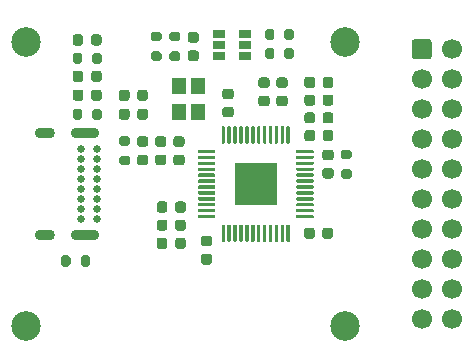
<source format=gbr>
%TF.GenerationSoftware,KiCad,Pcbnew,(5.1.8-0-10_14)*%
%TF.CreationDate,2021-07-18T19:29:13+09:00*%
%TF.ProjectId,ft2232_jtag_tap,66743232-3332-45f6-9a74-61675f746170,rev?*%
%TF.SameCoordinates,Original*%
%TF.FileFunction,Soldermask,Top*%
%TF.FilePolarity,Negative*%
%FSLAX46Y46*%
G04 Gerber Fmt 4.6, Leading zero omitted, Abs format (unit mm)*
G04 Created by KiCad (PCBNEW (5.1.8-0-10_14)) date 2021-07-18 19:29:13*
%MOMM*%
%LPD*%
G01*
G04 APERTURE LIST*
%ADD10C,1.700000*%
%ADD11C,2.500000*%
%ADD12O,1.700000X0.900000*%
%ADD13O,2.400000X0.900000*%
%ADD14C,0.650000*%
%ADD15R,1.060000X0.650000*%
%ADD16R,1.200000X1.400000*%
%ADD17R,3.600000X3.600000*%
G04 APERTURE END LIST*
D10*
%TO.C,J2*%
X89040000Y-126430000D03*
X89040000Y-123890000D03*
X89040000Y-121350000D03*
X89040000Y-118810000D03*
X89040000Y-116270000D03*
X89040000Y-113730000D03*
X89040000Y-111190000D03*
X89040000Y-108650000D03*
X89040000Y-106110000D03*
X89040000Y-103570000D03*
X86500000Y-126430000D03*
X86500000Y-123890000D03*
X86500000Y-121350000D03*
X86500000Y-118810000D03*
X86500000Y-116270000D03*
X86500000Y-113730000D03*
X86500000Y-111190000D03*
X86500000Y-108650000D03*
X86500000Y-106110000D03*
G36*
G01*
X85650000Y-104170000D02*
X85650000Y-102970000D01*
G75*
G02*
X85900000Y-102720000I250000J0D01*
G01*
X87100000Y-102720000D01*
G75*
G02*
X87350000Y-102970000I0J-250000D01*
G01*
X87350000Y-104170000D01*
G75*
G02*
X87100000Y-104420000I-250000J0D01*
G01*
X85900000Y-104420000D01*
G75*
G02*
X85650000Y-104170000I0J250000D01*
G01*
G37*
%TD*%
%TO.C,R6*%
G36*
G01*
X63747000Y-103765000D02*
X64297000Y-103765000D01*
G75*
G02*
X64497000Y-103965000I0J-200000D01*
G01*
X64497000Y-104365000D01*
G75*
G02*
X64297000Y-104565000I-200000J0D01*
G01*
X63747000Y-104565000D01*
G75*
G02*
X63547000Y-104365000I0J200000D01*
G01*
X63547000Y-103965000D01*
G75*
G02*
X63747000Y-103765000I200000J0D01*
G01*
G37*
G36*
G01*
X63747000Y-102115000D02*
X64297000Y-102115000D01*
G75*
G02*
X64497000Y-102315000I0J-200000D01*
G01*
X64497000Y-102715000D01*
G75*
G02*
X64297000Y-102915000I-200000J0D01*
G01*
X63747000Y-102915000D01*
G75*
G02*
X63547000Y-102715000I0J200000D01*
G01*
X63547000Y-102315000D01*
G75*
G02*
X63747000Y-102115000I200000J0D01*
G01*
G37*
%TD*%
%TO.C,R1*%
G36*
G01*
X65327000Y-103765000D02*
X65877000Y-103765000D01*
G75*
G02*
X66077000Y-103965000I0J-200000D01*
G01*
X66077000Y-104365000D01*
G75*
G02*
X65877000Y-104565000I-200000J0D01*
G01*
X65327000Y-104565000D01*
G75*
G02*
X65127000Y-104365000I0J200000D01*
G01*
X65127000Y-103965000D01*
G75*
G02*
X65327000Y-103765000I200000J0D01*
G01*
G37*
G36*
G01*
X65327000Y-102115000D02*
X65877000Y-102115000D01*
G75*
G02*
X66077000Y-102315000I0J-200000D01*
G01*
X66077000Y-102715000D01*
G75*
G02*
X65877000Y-102915000I-200000J0D01*
G01*
X65327000Y-102915000D01*
G75*
G02*
X65127000Y-102715000I0J200000D01*
G01*
X65127000Y-102315000D01*
G75*
G02*
X65327000Y-102115000I200000J0D01*
G01*
G37*
%TD*%
%TO.C,C1*%
G36*
G01*
X67410000Y-104575000D02*
X66910000Y-104575000D01*
G75*
G02*
X66685000Y-104350000I0J225000D01*
G01*
X66685000Y-103900000D01*
G75*
G02*
X66910000Y-103675000I225000J0D01*
G01*
X67410000Y-103675000D01*
G75*
G02*
X67635000Y-103900000I0J-225000D01*
G01*
X67635000Y-104350000D01*
G75*
G02*
X67410000Y-104575000I-225000J0D01*
G01*
G37*
G36*
G01*
X67410000Y-103025000D02*
X66910000Y-103025000D01*
G75*
G02*
X66685000Y-102800000I0J225000D01*
G01*
X66685000Y-102350000D01*
G75*
G02*
X66910000Y-102125000I225000J0D01*
G01*
X67410000Y-102125000D01*
G75*
G02*
X67635000Y-102350000I0J-225000D01*
G01*
X67635000Y-102800000D01*
G75*
G02*
X67410000Y-103025000I-225000J0D01*
G01*
G37*
%TD*%
%TO.C,D1*%
G36*
G01*
X57820000Y-102533750D02*
X57820000Y-103046250D01*
G75*
G02*
X57601250Y-103265000I-218750J0D01*
G01*
X57163750Y-103265000D01*
G75*
G02*
X56945000Y-103046250I0J218750D01*
G01*
X56945000Y-102533750D01*
G75*
G02*
X57163750Y-102315000I218750J0D01*
G01*
X57601250Y-102315000D01*
G75*
G02*
X57820000Y-102533750I0J-218750D01*
G01*
G37*
G36*
G01*
X59395000Y-102533750D02*
X59395000Y-103046250D01*
G75*
G02*
X59176250Y-103265000I-218750J0D01*
G01*
X58738750Y-103265000D01*
G75*
G02*
X58520000Y-103046250I0J218750D01*
G01*
X58520000Y-102533750D01*
G75*
G02*
X58738750Y-102315000I218750J0D01*
G01*
X59176250Y-102315000D01*
G75*
G02*
X59395000Y-102533750I0J-218750D01*
G01*
G37*
%TD*%
D11*
%TO.C,H2*%
X53000000Y-127000000D03*
%TD*%
D12*
%TO.C,J1*%
X54640000Y-119325000D03*
X54640000Y-110675000D03*
D13*
X58020000Y-119325000D03*
X58020000Y-110675000D03*
D14*
X57650000Y-115425000D03*
X57650000Y-117975000D03*
X57650000Y-117125000D03*
X57650000Y-116275000D03*
X57650000Y-112025000D03*
X57650000Y-113725000D03*
X57650000Y-114575000D03*
X57650000Y-112875000D03*
X59000000Y-117975000D03*
X59000000Y-117125000D03*
X59000000Y-116275000D03*
X59000000Y-115425000D03*
X59000000Y-114575000D03*
X59000000Y-113725000D03*
X59000000Y-112875000D03*
X59000000Y-112025000D03*
%TD*%
D11*
%TO.C,H4*%
X80000000Y-127000000D03*
%TD*%
%TO.C,H3*%
X80000000Y-103000000D03*
%TD*%
%TO.C,H1*%
X53000000Y-103000000D03*
%TD*%
D15*
%TO.C,U1*%
X69310000Y-103240000D03*
X69310000Y-104190000D03*
X69310000Y-102290000D03*
X71510000Y-102290000D03*
X71510000Y-103240000D03*
X71510000Y-104190000D03*
%TD*%
D16*
%TO.C,Y1*%
X67570000Y-106720000D03*
X67570000Y-108920000D03*
X65970000Y-108920000D03*
X65970000Y-106720000D03*
%TD*%
D17*
%TO.C,U2*%
X72450000Y-114990000D03*
G36*
G01*
X69550000Y-111490000D02*
X69550000Y-110165000D01*
G75*
G02*
X69625000Y-110090000I75000J0D01*
G01*
X69775000Y-110090000D01*
G75*
G02*
X69850000Y-110165000I0J-75000D01*
G01*
X69850000Y-111490000D01*
G75*
G02*
X69775000Y-111565000I-75000J0D01*
G01*
X69625000Y-111565000D01*
G75*
G02*
X69550000Y-111490000I0J75000D01*
G01*
G37*
G36*
G01*
X70050000Y-111490000D02*
X70050000Y-110165000D01*
G75*
G02*
X70125000Y-110090000I75000J0D01*
G01*
X70275000Y-110090000D01*
G75*
G02*
X70350000Y-110165000I0J-75000D01*
G01*
X70350000Y-111490000D01*
G75*
G02*
X70275000Y-111565000I-75000J0D01*
G01*
X70125000Y-111565000D01*
G75*
G02*
X70050000Y-111490000I0J75000D01*
G01*
G37*
G36*
G01*
X70550000Y-111490000D02*
X70550000Y-110165000D01*
G75*
G02*
X70625000Y-110090000I75000J0D01*
G01*
X70775000Y-110090000D01*
G75*
G02*
X70850000Y-110165000I0J-75000D01*
G01*
X70850000Y-111490000D01*
G75*
G02*
X70775000Y-111565000I-75000J0D01*
G01*
X70625000Y-111565000D01*
G75*
G02*
X70550000Y-111490000I0J75000D01*
G01*
G37*
G36*
G01*
X71050000Y-111490000D02*
X71050000Y-110165000D01*
G75*
G02*
X71125000Y-110090000I75000J0D01*
G01*
X71275000Y-110090000D01*
G75*
G02*
X71350000Y-110165000I0J-75000D01*
G01*
X71350000Y-111490000D01*
G75*
G02*
X71275000Y-111565000I-75000J0D01*
G01*
X71125000Y-111565000D01*
G75*
G02*
X71050000Y-111490000I0J75000D01*
G01*
G37*
G36*
G01*
X71550000Y-111490000D02*
X71550000Y-110165000D01*
G75*
G02*
X71625000Y-110090000I75000J0D01*
G01*
X71775000Y-110090000D01*
G75*
G02*
X71850000Y-110165000I0J-75000D01*
G01*
X71850000Y-111490000D01*
G75*
G02*
X71775000Y-111565000I-75000J0D01*
G01*
X71625000Y-111565000D01*
G75*
G02*
X71550000Y-111490000I0J75000D01*
G01*
G37*
G36*
G01*
X72050000Y-111490000D02*
X72050000Y-110165000D01*
G75*
G02*
X72125000Y-110090000I75000J0D01*
G01*
X72275000Y-110090000D01*
G75*
G02*
X72350000Y-110165000I0J-75000D01*
G01*
X72350000Y-111490000D01*
G75*
G02*
X72275000Y-111565000I-75000J0D01*
G01*
X72125000Y-111565000D01*
G75*
G02*
X72050000Y-111490000I0J75000D01*
G01*
G37*
G36*
G01*
X72550000Y-111490000D02*
X72550000Y-110165000D01*
G75*
G02*
X72625000Y-110090000I75000J0D01*
G01*
X72775000Y-110090000D01*
G75*
G02*
X72850000Y-110165000I0J-75000D01*
G01*
X72850000Y-111490000D01*
G75*
G02*
X72775000Y-111565000I-75000J0D01*
G01*
X72625000Y-111565000D01*
G75*
G02*
X72550000Y-111490000I0J75000D01*
G01*
G37*
G36*
G01*
X73050000Y-111490000D02*
X73050000Y-110165000D01*
G75*
G02*
X73125000Y-110090000I75000J0D01*
G01*
X73275000Y-110090000D01*
G75*
G02*
X73350000Y-110165000I0J-75000D01*
G01*
X73350000Y-111490000D01*
G75*
G02*
X73275000Y-111565000I-75000J0D01*
G01*
X73125000Y-111565000D01*
G75*
G02*
X73050000Y-111490000I0J75000D01*
G01*
G37*
G36*
G01*
X73550000Y-111490000D02*
X73550000Y-110165000D01*
G75*
G02*
X73625000Y-110090000I75000J0D01*
G01*
X73775000Y-110090000D01*
G75*
G02*
X73850000Y-110165000I0J-75000D01*
G01*
X73850000Y-111490000D01*
G75*
G02*
X73775000Y-111565000I-75000J0D01*
G01*
X73625000Y-111565000D01*
G75*
G02*
X73550000Y-111490000I0J75000D01*
G01*
G37*
G36*
G01*
X74050000Y-111490000D02*
X74050000Y-110165000D01*
G75*
G02*
X74125000Y-110090000I75000J0D01*
G01*
X74275000Y-110090000D01*
G75*
G02*
X74350000Y-110165000I0J-75000D01*
G01*
X74350000Y-111490000D01*
G75*
G02*
X74275000Y-111565000I-75000J0D01*
G01*
X74125000Y-111565000D01*
G75*
G02*
X74050000Y-111490000I0J75000D01*
G01*
G37*
G36*
G01*
X74550000Y-111490000D02*
X74550000Y-110165000D01*
G75*
G02*
X74625000Y-110090000I75000J0D01*
G01*
X74775000Y-110090000D01*
G75*
G02*
X74850000Y-110165000I0J-75000D01*
G01*
X74850000Y-111490000D01*
G75*
G02*
X74775000Y-111565000I-75000J0D01*
G01*
X74625000Y-111565000D01*
G75*
G02*
X74550000Y-111490000I0J75000D01*
G01*
G37*
G36*
G01*
X75050000Y-111490000D02*
X75050000Y-110165000D01*
G75*
G02*
X75125000Y-110090000I75000J0D01*
G01*
X75275000Y-110090000D01*
G75*
G02*
X75350000Y-110165000I0J-75000D01*
G01*
X75350000Y-111490000D01*
G75*
G02*
X75275000Y-111565000I-75000J0D01*
G01*
X75125000Y-111565000D01*
G75*
G02*
X75050000Y-111490000I0J75000D01*
G01*
G37*
G36*
G01*
X75875000Y-112315000D02*
X75875000Y-112165000D01*
G75*
G02*
X75950000Y-112090000I75000J0D01*
G01*
X77275000Y-112090000D01*
G75*
G02*
X77350000Y-112165000I0J-75000D01*
G01*
X77350000Y-112315000D01*
G75*
G02*
X77275000Y-112390000I-75000J0D01*
G01*
X75950000Y-112390000D01*
G75*
G02*
X75875000Y-112315000I0J75000D01*
G01*
G37*
G36*
G01*
X75875000Y-112815000D02*
X75875000Y-112665000D01*
G75*
G02*
X75950000Y-112590000I75000J0D01*
G01*
X77275000Y-112590000D01*
G75*
G02*
X77350000Y-112665000I0J-75000D01*
G01*
X77350000Y-112815000D01*
G75*
G02*
X77275000Y-112890000I-75000J0D01*
G01*
X75950000Y-112890000D01*
G75*
G02*
X75875000Y-112815000I0J75000D01*
G01*
G37*
G36*
G01*
X75875000Y-113315000D02*
X75875000Y-113165000D01*
G75*
G02*
X75950000Y-113090000I75000J0D01*
G01*
X77275000Y-113090000D01*
G75*
G02*
X77350000Y-113165000I0J-75000D01*
G01*
X77350000Y-113315000D01*
G75*
G02*
X77275000Y-113390000I-75000J0D01*
G01*
X75950000Y-113390000D01*
G75*
G02*
X75875000Y-113315000I0J75000D01*
G01*
G37*
G36*
G01*
X75875000Y-113815000D02*
X75875000Y-113665000D01*
G75*
G02*
X75950000Y-113590000I75000J0D01*
G01*
X77275000Y-113590000D01*
G75*
G02*
X77350000Y-113665000I0J-75000D01*
G01*
X77350000Y-113815000D01*
G75*
G02*
X77275000Y-113890000I-75000J0D01*
G01*
X75950000Y-113890000D01*
G75*
G02*
X75875000Y-113815000I0J75000D01*
G01*
G37*
G36*
G01*
X75875000Y-114315000D02*
X75875000Y-114165000D01*
G75*
G02*
X75950000Y-114090000I75000J0D01*
G01*
X77275000Y-114090000D01*
G75*
G02*
X77350000Y-114165000I0J-75000D01*
G01*
X77350000Y-114315000D01*
G75*
G02*
X77275000Y-114390000I-75000J0D01*
G01*
X75950000Y-114390000D01*
G75*
G02*
X75875000Y-114315000I0J75000D01*
G01*
G37*
G36*
G01*
X75875000Y-114815000D02*
X75875000Y-114665000D01*
G75*
G02*
X75950000Y-114590000I75000J0D01*
G01*
X77275000Y-114590000D01*
G75*
G02*
X77350000Y-114665000I0J-75000D01*
G01*
X77350000Y-114815000D01*
G75*
G02*
X77275000Y-114890000I-75000J0D01*
G01*
X75950000Y-114890000D01*
G75*
G02*
X75875000Y-114815000I0J75000D01*
G01*
G37*
G36*
G01*
X75875000Y-115315000D02*
X75875000Y-115165000D01*
G75*
G02*
X75950000Y-115090000I75000J0D01*
G01*
X77275000Y-115090000D01*
G75*
G02*
X77350000Y-115165000I0J-75000D01*
G01*
X77350000Y-115315000D01*
G75*
G02*
X77275000Y-115390000I-75000J0D01*
G01*
X75950000Y-115390000D01*
G75*
G02*
X75875000Y-115315000I0J75000D01*
G01*
G37*
G36*
G01*
X75875000Y-115815000D02*
X75875000Y-115665000D01*
G75*
G02*
X75950000Y-115590000I75000J0D01*
G01*
X77275000Y-115590000D01*
G75*
G02*
X77350000Y-115665000I0J-75000D01*
G01*
X77350000Y-115815000D01*
G75*
G02*
X77275000Y-115890000I-75000J0D01*
G01*
X75950000Y-115890000D01*
G75*
G02*
X75875000Y-115815000I0J75000D01*
G01*
G37*
G36*
G01*
X75875000Y-116315000D02*
X75875000Y-116165000D01*
G75*
G02*
X75950000Y-116090000I75000J0D01*
G01*
X77275000Y-116090000D01*
G75*
G02*
X77350000Y-116165000I0J-75000D01*
G01*
X77350000Y-116315000D01*
G75*
G02*
X77275000Y-116390000I-75000J0D01*
G01*
X75950000Y-116390000D01*
G75*
G02*
X75875000Y-116315000I0J75000D01*
G01*
G37*
G36*
G01*
X75875000Y-116815000D02*
X75875000Y-116665000D01*
G75*
G02*
X75950000Y-116590000I75000J0D01*
G01*
X77275000Y-116590000D01*
G75*
G02*
X77350000Y-116665000I0J-75000D01*
G01*
X77350000Y-116815000D01*
G75*
G02*
X77275000Y-116890000I-75000J0D01*
G01*
X75950000Y-116890000D01*
G75*
G02*
X75875000Y-116815000I0J75000D01*
G01*
G37*
G36*
G01*
X75875000Y-117315000D02*
X75875000Y-117165000D01*
G75*
G02*
X75950000Y-117090000I75000J0D01*
G01*
X77275000Y-117090000D01*
G75*
G02*
X77350000Y-117165000I0J-75000D01*
G01*
X77350000Y-117315000D01*
G75*
G02*
X77275000Y-117390000I-75000J0D01*
G01*
X75950000Y-117390000D01*
G75*
G02*
X75875000Y-117315000I0J75000D01*
G01*
G37*
G36*
G01*
X75875000Y-117815000D02*
X75875000Y-117665000D01*
G75*
G02*
X75950000Y-117590000I75000J0D01*
G01*
X77275000Y-117590000D01*
G75*
G02*
X77350000Y-117665000I0J-75000D01*
G01*
X77350000Y-117815000D01*
G75*
G02*
X77275000Y-117890000I-75000J0D01*
G01*
X75950000Y-117890000D01*
G75*
G02*
X75875000Y-117815000I0J75000D01*
G01*
G37*
G36*
G01*
X75050000Y-119815000D02*
X75050000Y-118490000D01*
G75*
G02*
X75125000Y-118415000I75000J0D01*
G01*
X75275000Y-118415000D01*
G75*
G02*
X75350000Y-118490000I0J-75000D01*
G01*
X75350000Y-119815000D01*
G75*
G02*
X75275000Y-119890000I-75000J0D01*
G01*
X75125000Y-119890000D01*
G75*
G02*
X75050000Y-119815000I0J75000D01*
G01*
G37*
G36*
G01*
X74550000Y-119815000D02*
X74550000Y-118490000D01*
G75*
G02*
X74625000Y-118415000I75000J0D01*
G01*
X74775000Y-118415000D01*
G75*
G02*
X74850000Y-118490000I0J-75000D01*
G01*
X74850000Y-119815000D01*
G75*
G02*
X74775000Y-119890000I-75000J0D01*
G01*
X74625000Y-119890000D01*
G75*
G02*
X74550000Y-119815000I0J75000D01*
G01*
G37*
G36*
G01*
X74050000Y-119815000D02*
X74050000Y-118490000D01*
G75*
G02*
X74125000Y-118415000I75000J0D01*
G01*
X74275000Y-118415000D01*
G75*
G02*
X74350000Y-118490000I0J-75000D01*
G01*
X74350000Y-119815000D01*
G75*
G02*
X74275000Y-119890000I-75000J0D01*
G01*
X74125000Y-119890000D01*
G75*
G02*
X74050000Y-119815000I0J75000D01*
G01*
G37*
G36*
G01*
X73550000Y-119815000D02*
X73550000Y-118490000D01*
G75*
G02*
X73625000Y-118415000I75000J0D01*
G01*
X73775000Y-118415000D01*
G75*
G02*
X73850000Y-118490000I0J-75000D01*
G01*
X73850000Y-119815000D01*
G75*
G02*
X73775000Y-119890000I-75000J0D01*
G01*
X73625000Y-119890000D01*
G75*
G02*
X73550000Y-119815000I0J75000D01*
G01*
G37*
G36*
G01*
X73050000Y-119815000D02*
X73050000Y-118490000D01*
G75*
G02*
X73125000Y-118415000I75000J0D01*
G01*
X73275000Y-118415000D01*
G75*
G02*
X73350000Y-118490000I0J-75000D01*
G01*
X73350000Y-119815000D01*
G75*
G02*
X73275000Y-119890000I-75000J0D01*
G01*
X73125000Y-119890000D01*
G75*
G02*
X73050000Y-119815000I0J75000D01*
G01*
G37*
G36*
G01*
X72550000Y-119815000D02*
X72550000Y-118490000D01*
G75*
G02*
X72625000Y-118415000I75000J0D01*
G01*
X72775000Y-118415000D01*
G75*
G02*
X72850000Y-118490000I0J-75000D01*
G01*
X72850000Y-119815000D01*
G75*
G02*
X72775000Y-119890000I-75000J0D01*
G01*
X72625000Y-119890000D01*
G75*
G02*
X72550000Y-119815000I0J75000D01*
G01*
G37*
G36*
G01*
X72050000Y-119815000D02*
X72050000Y-118490000D01*
G75*
G02*
X72125000Y-118415000I75000J0D01*
G01*
X72275000Y-118415000D01*
G75*
G02*
X72350000Y-118490000I0J-75000D01*
G01*
X72350000Y-119815000D01*
G75*
G02*
X72275000Y-119890000I-75000J0D01*
G01*
X72125000Y-119890000D01*
G75*
G02*
X72050000Y-119815000I0J75000D01*
G01*
G37*
G36*
G01*
X71550000Y-119815000D02*
X71550000Y-118490000D01*
G75*
G02*
X71625000Y-118415000I75000J0D01*
G01*
X71775000Y-118415000D01*
G75*
G02*
X71850000Y-118490000I0J-75000D01*
G01*
X71850000Y-119815000D01*
G75*
G02*
X71775000Y-119890000I-75000J0D01*
G01*
X71625000Y-119890000D01*
G75*
G02*
X71550000Y-119815000I0J75000D01*
G01*
G37*
G36*
G01*
X71050000Y-119815000D02*
X71050000Y-118490000D01*
G75*
G02*
X71125000Y-118415000I75000J0D01*
G01*
X71275000Y-118415000D01*
G75*
G02*
X71350000Y-118490000I0J-75000D01*
G01*
X71350000Y-119815000D01*
G75*
G02*
X71275000Y-119890000I-75000J0D01*
G01*
X71125000Y-119890000D01*
G75*
G02*
X71050000Y-119815000I0J75000D01*
G01*
G37*
G36*
G01*
X70550000Y-119815000D02*
X70550000Y-118490000D01*
G75*
G02*
X70625000Y-118415000I75000J0D01*
G01*
X70775000Y-118415000D01*
G75*
G02*
X70850000Y-118490000I0J-75000D01*
G01*
X70850000Y-119815000D01*
G75*
G02*
X70775000Y-119890000I-75000J0D01*
G01*
X70625000Y-119890000D01*
G75*
G02*
X70550000Y-119815000I0J75000D01*
G01*
G37*
G36*
G01*
X70050000Y-119815000D02*
X70050000Y-118490000D01*
G75*
G02*
X70125000Y-118415000I75000J0D01*
G01*
X70275000Y-118415000D01*
G75*
G02*
X70350000Y-118490000I0J-75000D01*
G01*
X70350000Y-119815000D01*
G75*
G02*
X70275000Y-119890000I-75000J0D01*
G01*
X70125000Y-119890000D01*
G75*
G02*
X70050000Y-119815000I0J75000D01*
G01*
G37*
G36*
G01*
X69550000Y-119815000D02*
X69550000Y-118490000D01*
G75*
G02*
X69625000Y-118415000I75000J0D01*
G01*
X69775000Y-118415000D01*
G75*
G02*
X69850000Y-118490000I0J-75000D01*
G01*
X69850000Y-119815000D01*
G75*
G02*
X69775000Y-119890000I-75000J0D01*
G01*
X69625000Y-119890000D01*
G75*
G02*
X69550000Y-119815000I0J75000D01*
G01*
G37*
G36*
G01*
X67550000Y-117815000D02*
X67550000Y-117665000D01*
G75*
G02*
X67625000Y-117590000I75000J0D01*
G01*
X68950000Y-117590000D01*
G75*
G02*
X69025000Y-117665000I0J-75000D01*
G01*
X69025000Y-117815000D01*
G75*
G02*
X68950000Y-117890000I-75000J0D01*
G01*
X67625000Y-117890000D01*
G75*
G02*
X67550000Y-117815000I0J75000D01*
G01*
G37*
G36*
G01*
X67550000Y-117315000D02*
X67550000Y-117165000D01*
G75*
G02*
X67625000Y-117090000I75000J0D01*
G01*
X68950000Y-117090000D01*
G75*
G02*
X69025000Y-117165000I0J-75000D01*
G01*
X69025000Y-117315000D01*
G75*
G02*
X68950000Y-117390000I-75000J0D01*
G01*
X67625000Y-117390000D01*
G75*
G02*
X67550000Y-117315000I0J75000D01*
G01*
G37*
G36*
G01*
X67550000Y-116815000D02*
X67550000Y-116665000D01*
G75*
G02*
X67625000Y-116590000I75000J0D01*
G01*
X68950000Y-116590000D01*
G75*
G02*
X69025000Y-116665000I0J-75000D01*
G01*
X69025000Y-116815000D01*
G75*
G02*
X68950000Y-116890000I-75000J0D01*
G01*
X67625000Y-116890000D01*
G75*
G02*
X67550000Y-116815000I0J75000D01*
G01*
G37*
G36*
G01*
X67550000Y-116315000D02*
X67550000Y-116165000D01*
G75*
G02*
X67625000Y-116090000I75000J0D01*
G01*
X68950000Y-116090000D01*
G75*
G02*
X69025000Y-116165000I0J-75000D01*
G01*
X69025000Y-116315000D01*
G75*
G02*
X68950000Y-116390000I-75000J0D01*
G01*
X67625000Y-116390000D01*
G75*
G02*
X67550000Y-116315000I0J75000D01*
G01*
G37*
G36*
G01*
X67550000Y-115815000D02*
X67550000Y-115665000D01*
G75*
G02*
X67625000Y-115590000I75000J0D01*
G01*
X68950000Y-115590000D01*
G75*
G02*
X69025000Y-115665000I0J-75000D01*
G01*
X69025000Y-115815000D01*
G75*
G02*
X68950000Y-115890000I-75000J0D01*
G01*
X67625000Y-115890000D01*
G75*
G02*
X67550000Y-115815000I0J75000D01*
G01*
G37*
G36*
G01*
X67550000Y-115315000D02*
X67550000Y-115165000D01*
G75*
G02*
X67625000Y-115090000I75000J0D01*
G01*
X68950000Y-115090000D01*
G75*
G02*
X69025000Y-115165000I0J-75000D01*
G01*
X69025000Y-115315000D01*
G75*
G02*
X68950000Y-115390000I-75000J0D01*
G01*
X67625000Y-115390000D01*
G75*
G02*
X67550000Y-115315000I0J75000D01*
G01*
G37*
G36*
G01*
X67550000Y-114815000D02*
X67550000Y-114665000D01*
G75*
G02*
X67625000Y-114590000I75000J0D01*
G01*
X68950000Y-114590000D01*
G75*
G02*
X69025000Y-114665000I0J-75000D01*
G01*
X69025000Y-114815000D01*
G75*
G02*
X68950000Y-114890000I-75000J0D01*
G01*
X67625000Y-114890000D01*
G75*
G02*
X67550000Y-114815000I0J75000D01*
G01*
G37*
G36*
G01*
X67550000Y-114315000D02*
X67550000Y-114165000D01*
G75*
G02*
X67625000Y-114090000I75000J0D01*
G01*
X68950000Y-114090000D01*
G75*
G02*
X69025000Y-114165000I0J-75000D01*
G01*
X69025000Y-114315000D01*
G75*
G02*
X68950000Y-114390000I-75000J0D01*
G01*
X67625000Y-114390000D01*
G75*
G02*
X67550000Y-114315000I0J75000D01*
G01*
G37*
G36*
G01*
X67550000Y-113815000D02*
X67550000Y-113665000D01*
G75*
G02*
X67625000Y-113590000I75000J0D01*
G01*
X68950000Y-113590000D01*
G75*
G02*
X69025000Y-113665000I0J-75000D01*
G01*
X69025000Y-113815000D01*
G75*
G02*
X68950000Y-113890000I-75000J0D01*
G01*
X67625000Y-113890000D01*
G75*
G02*
X67550000Y-113815000I0J75000D01*
G01*
G37*
G36*
G01*
X67550000Y-113315000D02*
X67550000Y-113165000D01*
G75*
G02*
X67625000Y-113090000I75000J0D01*
G01*
X68950000Y-113090000D01*
G75*
G02*
X69025000Y-113165000I0J-75000D01*
G01*
X69025000Y-113315000D01*
G75*
G02*
X68950000Y-113390000I-75000J0D01*
G01*
X67625000Y-113390000D01*
G75*
G02*
X67550000Y-113315000I0J75000D01*
G01*
G37*
G36*
G01*
X67550000Y-112815000D02*
X67550000Y-112665000D01*
G75*
G02*
X67625000Y-112590000I75000J0D01*
G01*
X68950000Y-112590000D01*
G75*
G02*
X69025000Y-112665000I0J-75000D01*
G01*
X69025000Y-112815000D01*
G75*
G02*
X68950000Y-112890000I-75000J0D01*
G01*
X67625000Y-112890000D01*
G75*
G02*
X67550000Y-112815000I0J75000D01*
G01*
G37*
G36*
G01*
X67550000Y-112315000D02*
X67550000Y-112165000D01*
G75*
G02*
X67625000Y-112090000I75000J0D01*
G01*
X68950000Y-112090000D01*
G75*
G02*
X69025000Y-112165000I0J-75000D01*
G01*
X69025000Y-112315000D01*
G75*
G02*
X68950000Y-112390000I-75000J0D01*
G01*
X67625000Y-112390000D01*
G75*
G02*
X67550000Y-112315000I0J75000D01*
G01*
G37*
%TD*%
%TO.C,R9*%
G36*
G01*
X58605000Y-104605000D02*
X58605000Y-104055000D01*
G75*
G02*
X58805000Y-103855000I200000J0D01*
G01*
X59205000Y-103855000D01*
G75*
G02*
X59405000Y-104055000I0J-200000D01*
G01*
X59405000Y-104605000D01*
G75*
G02*
X59205000Y-104805000I-200000J0D01*
G01*
X58805000Y-104805000D01*
G75*
G02*
X58605000Y-104605000I0J200000D01*
G01*
G37*
G36*
G01*
X56955000Y-104605000D02*
X56955000Y-104055000D01*
G75*
G02*
X57155000Y-103855000I200000J0D01*
G01*
X57555000Y-103855000D01*
G75*
G02*
X57755000Y-104055000I0J-200000D01*
G01*
X57755000Y-104605000D01*
G75*
G02*
X57555000Y-104805000I-200000J0D01*
G01*
X57155000Y-104805000D01*
G75*
G02*
X56955000Y-104605000I0J200000D01*
G01*
G37*
%TD*%
%TO.C,R8*%
G36*
G01*
X61065000Y-112595000D02*
X61615000Y-112595000D01*
G75*
G02*
X61815000Y-112795000I0J-200000D01*
G01*
X61815000Y-113195000D01*
G75*
G02*
X61615000Y-113395000I-200000J0D01*
G01*
X61065000Y-113395000D01*
G75*
G02*
X60865000Y-113195000I0J200000D01*
G01*
X60865000Y-112795000D01*
G75*
G02*
X61065000Y-112595000I200000J0D01*
G01*
G37*
G36*
G01*
X61065000Y-110945000D02*
X61615000Y-110945000D01*
G75*
G02*
X61815000Y-111145000I0J-200000D01*
G01*
X61815000Y-111545000D01*
G75*
G02*
X61615000Y-111745000I-200000J0D01*
G01*
X61065000Y-111745000D01*
G75*
G02*
X60865000Y-111545000I0J200000D01*
G01*
X60865000Y-111145000D01*
G75*
G02*
X61065000Y-110945000I200000J0D01*
G01*
G37*
%TD*%
%TO.C,R7*%
G36*
G01*
X80385000Y-112875000D02*
X79835000Y-112875000D01*
G75*
G02*
X79635000Y-112675000I0J200000D01*
G01*
X79635000Y-112275000D01*
G75*
G02*
X79835000Y-112075000I200000J0D01*
G01*
X80385000Y-112075000D01*
G75*
G02*
X80585000Y-112275000I0J-200000D01*
G01*
X80585000Y-112675000D01*
G75*
G02*
X80385000Y-112875000I-200000J0D01*
G01*
G37*
G36*
G01*
X80385000Y-114525000D02*
X79835000Y-114525000D01*
G75*
G02*
X79635000Y-114325000I0J200000D01*
G01*
X79635000Y-113925000D01*
G75*
G02*
X79835000Y-113725000I200000J0D01*
G01*
X80385000Y-113725000D01*
G75*
G02*
X80585000Y-113925000I0J-200000D01*
G01*
X80585000Y-114325000D01*
G75*
G02*
X80385000Y-114525000I-200000J0D01*
G01*
G37*
%TD*%
%TO.C,R5*%
G36*
G01*
X74025000Y-102055000D02*
X74025000Y-102605000D01*
G75*
G02*
X73825000Y-102805000I-200000J0D01*
G01*
X73425000Y-102805000D01*
G75*
G02*
X73225000Y-102605000I0J200000D01*
G01*
X73225000Y-102055000D01*
G75*
G02*
X73425000Y-101855000I200000J0D01*
G01*
X73825000Y-101855000D01*
G75*
G02*
X74025000Y-102055000I0J-200000D01*
G01*
G37*
G36*
G01*
X75675000Y-102055000D02*
X75675000Y-102605000D01*
G75*
G02*
X75475000Y-102805000I-200000J0D01*
G01*
X75075000Y-102805000D01*
G75*
G02*
X74875000Y-102605000I0J200000D01*
G01*
X74875000Y-102055000D01*
G75*
G02*
X75075000Y-101855000I200000J0D01*
G01*
X75475000Y-101855000D01*
G75*
G02*
X75675000Y-102055000I0J-200000D01*
G01*
G37*
%TD*%
%TO.C,R4*%
G36*
G01*
X74875000Y-104205000D02*
X74875000Y-103655000D01*
G75*
G02*
X75075000Y-103455000I200000J0D01*
G01*
X75475000Y-103455000D01*
G75*
G02*
X75675000Y-103655000I0J-200000D01*
G01*
X75675000Y-104205000D01*
G75*
G02*
X75475000Y-104405000I-200000J0D01*
G01*
X75075000Y-104405000D01*
G75*
G02*
X74875000Y-104205000I0J200000D01*
G01*
G37*
G36*
G01*
X73225000Y-104205000D02*
X73225000Y-103655000D01*
G75*
G02*
X73425000Y-103455000I200000J0D01*
G01*
X73825000Y-103455000D01*
G75*
G02*
X74025000Y-103655000I0J-200000D01*
G01*
X74025000Y-104205000D01*
G75*
G02*
X73825000Y-104405000I-200000J0D01*
G01*
X73425000Y-104405000D01*
G75*
G02*
X73225000Y-104205000I0J200000D01*
G01*
G37*
%TD*%
%TO.C,R3*%
G36*
G01*
X56775000Y-121225000D02*
X56775000Y-121775000D01*
G75*
G02*
X56575000Y-121975000I-200000J0D01*
G01*
X56175000Y-121975000D01*
G75*
G02*
X55975000Y-121775000I0J200000D01*
G01*
X55975000Y-121225000D01*
G75*
G02*
X56175000Y-121025000I200000J0D01*
G01*
X56575000Y-121025000D01*
G75*
G02*
X56775000Y-121225000I0J-200000D01*
G01*
G37*
G36*
G01*
X58425000Y-121225000D02*
X58425000Y-121775000D01*
G75*
G02*
X58225000Y-121975000I-200000J0D01*
G01*
X57825000Y-121975000D01*
G75*
G02*
X57625000Y-121775000I0J200000D01*
G01*
X57625000Y-121225000D01*
G75*
G02*
X57825000Y-121025000I200000J0D01*
G01*
X58225000Y-121025000D01*
G75*
G02*
X58425000Y-121225000I0J-200000D01*
G01*
G37*
%TD*%
%TO.C,R2*%
G36*
G01*
X57755000Y-108795000D02*
X57755000Y-109345000D01*
G75*
G02*
X57555000Y-109545000I-200000J0D01*
G01*
X57155000Y-109545000D01*
G75*
G02*
X56955000Y-109345000I0J200000D01*
G01*
X56955000Y-108795000D01*
G75*
G02*
X57155000Y-108595000I200000J0D01*
G01*
X57555000Y-108595000D01*
G75*
G02*
X57755000Y-108795000I0J-200000D01*
G01*
G37*
G36*
G01*
X59405000Y-108795000D02*
X59405000Y-109345000D01*
G75*
G02*
X59205000Y-109545000I-200000J0D01*
G01*
X58805000Y-109545000D01*
G75*
G02*
X58605000Y-109345000I0J200000D01*
G01*
X58605000Y-108795000D01*
G75*
G02*
X58805000Y-108595000I200000J0D01*
G01*
X59205000Y-108595000D01*
G75*
G02*
X59405000Y-108795000I0J-200000D01*
G01*
G37*
%TD*%
%TO.C,L3*%
G36*
G01*
X64940000Y-119753750D02*
X64940000Y-120266250D01*
G75*
G02*
X64721250Y-120485000I-218750J0D01*
G01*
X64283750Y-120485000D01*
G75*
G02*
X64065000Y-120266250I0J218750D01*
G01*
X64065000Y-119753750D01*
G75*
G02*
X64283750Y-119535000I218750J0D01*
G01*
X64721250Y-119535000D01*
G75*
G02*
X64940000Y-119753750I0J-218750D01*
G01*
G37*
G36*
G01*
X66515000Y-119753750D02*
X66515000Y-120266250D01*
G75*
G02*
X66296250Y-120485000I-218750J0D01*
G01*
X65858750Y-120485000D01*
G75*
G02*
X65640000Y-120266250I0J218750D01*
G01*
X65640000Y-119753750D01*
G75*
G02*
X65858750Y-119535000I218750J0D01*
G01*
X66296250Y-119535000D01*
G75*
G02*
X66515000Y-119753750I0J-218750D01*
G01*
G37*
%TD*%
%TO.C,L2*%
G36*
G01*
X63136250Y-111820000D02*
X62623750Y-111820000D01*
G75*
G02*
X62405000Y-111601250I0J218750D01*
G01*
X62405000Y-111163750D01*
G75*
G02*
X62623750Y-110945000I218750J0D01*
G01*
X63136250Y-110945000D01*
G75*
G02*
X63355000Y-111163750I0J-218750D01*
G01*
X63355000Y-111601250D01*
G75*
G02*
X63136250Y-111820000I-218750J0D01*
G01*
G37*
G36*
G01*
X63136250Y-113395000D02*
X62623750Y-113395000D01*
G75*
G02*
X62405000Y-113176250I0J218750D01*
G01*
X62405000Y-112738750D01*
G75*
G02*
X62623750Y-112520000I218750J0D01*
G01*
X63136250Y-112520000D01*
G75*
G02*
X63355000Y-112738750I0J-218750D01*
G01*
X63355000Y-113176250D01*
G75*
G02*
X63136250Y-113395000I-218750J0D01*
G01*
G37*
%TD*%
%TO.C,L1*%
G36*
G01*
X57830000Y-105613750D02*
X57830000Y-106126250D01*
G75*
G02*
X57611250Y-106345000I-218750J0D01*
G01*
X57173750Y-106345000D01*
G75*
G02*
X56955000Y-106126250I0J218750D01*
G01*
X56955000Y-105613750D01*
G75*
G02*
X57173750Y-105395000I218750J0D01*
G01*
X57611250Y-105395000D01*
G75*
G02*
X57830000Y-105613750I0J-218750D01*
G01*
G37*
G36*
G01*
X59405000Y-105613750D02*
X59405000Y-106126250D01*
G75*
G02*
X59186250Y-106345000I-218750J0D01*
G01*
X58748750Y-106345000D01*
G75*
G02*
X58530000Y-106126250I0J218750D01*
G01*
X58530000Y-105613750D01*
G75*
G02*
X58748750Y-105395000I218750J0D01*
G01*
X59186250Y-105395000D01*
G75*
G02*
X59405000Y-105613750I0J-218750D01*
G01*
G37*
%TD*%
%TO.C,C18*%
G36*
G01*
X64975000Y-116690000D02*
X64975000Y-117190000D01*
G75*
G02*
X64750000Y-117415000I-225000J0D01*
G01*
X64300000Y-117415000D01*
G75*
G02*
X64075000Y-117190000I0J225000D01*
G01*
X64075000Y-116690000D01*
G75*
G02*
X64300000Y-116465000I225000J0D01*
G01*
X64750000Y-116465000D01*
G75*
G02*
X64975000Y-116690000I0J-225000D01*
G01*
G37*
G36*
G01*
X66525000Y-116690000D02*
X66525000Y-117190000D01*
G75*
G02*
X66300000Y-117415000I-225000J0D01*
G01*
X65850000Y-117415000D01*
G75*
G02*
X65625000Y-117190000I0J225000D01*
G01*
X65625000Y-116690000D01*
G75*
G02*
X65850000Y-116465000I225000J0D01*
G01*
X66300000Y-116465000D01*
G75*
G02*
X66525000Y-116690000I0J-225000D01*
G01*
G37*
%TD*%
%TO.C,C17*%
G36*
G01*
X64975000Y-118220000D02*
X64975000Y-118720000D01*
G75*
G02*
X64750000Y-118945000I-225000J0D01*
G01*
X64300000Y-118945000D01*
G75*
G02*
X64075000Y-118720000I0J225000D01*
G01*
X64075000Y-118220000D01*
G75*
G02*
X64300000Y-117995000I225000J0D01*
G01*
X64750000Y-117995000D01*
G75*
G02*
X64975000Y-118220000I0J-225000D01*
G01*
G37*
G36*
G01*
X66525000Y-118220000D02*
X66525000Y-118720000D01*
G75*
G02*
X66300000Y-118945000I-225000J0D01*
G01*
X65850000Y-118945000D01*
G75*
G02*
X65625000Y-118720000I0J225000D01*
G01*
X65625000Y-118220000D01*
G75*
G02*
X65850000Y-117995000I225000J0D01*
G01*
X66300000Y-117995000D01*
G75*
G02*
X66525000Y-118220000I0J-225000D01*
G01*
G37*
%TD*%
%TO.C,C16*%
G36*
G01*
X78123000Y-111136000D02*
X78123000Y-110636000D01*
G75*
G02*
X78348000Y-110411000I225000J0D01*
G01*
X78798000Y-110411000D01*
G75*
G02*
X79023000Y-110636000I0J-225000D01*
G01*
X79023000Y-111136000D01*
G75*
G02*
X78798000Y-111361000I-225000J0D01*
G01*
X78348000Y-111361000D01*
G75*
G02*
X78123000Y-111136000I0J225000D01*
G01*
G37*
G36*
G01*
X76573000Y-111136000D02*
X76573000Y-110636000D01*
G75*
G02*
X76798000Y-110411000I225000J0D01*
G01*
X77248000Y-110411000D01*
G75*
G02*
X77473000Y-110636000I0J-225000D01*
G01*
X77473000Y-111136000D01*
G75*
G02*
X77248000Y-111361000I-225000J0D01*
G01*
X76798000Y-111361000D01*
G75*
G02*
X76573000Y-111136000I0J225000D01*
G01*
G37*
%TD*%
%TO.C,C15*%
G36*
G01*
X68030000Y-120905000D02*
X68530000Y-120905000D01*
G75*
G02*
X68755000Y-121130000I0J-225000D01*
G01*
X68755000Y-121580000D01*
G75*
G02*
X68530000Y-121805000I-225000J0D01*
G01*
X68030000Y-121805000D01*
G75*
G02*
X67805000Y-121580000I0J225000D01*
G01*
X67805000Y-121130000D01*
G75*
G02*
X68030000Y-120905000I225000J0D01*
G01*
G37*
G36*
G01*
X68030000Y-119355000D02*
X68530000Y-119355000D01*
G75*
G02*
X68755000Y-119580000I0J-225000D01*
G01*
X68755000Y-120030000D01*
G75*
G02*
X68530000Y-120255000I-225000J0D01*
G01*
X68030000Y-120255000D01*
G75*
G02*
X67805000Y-120030000I0J225000D01*
G01*
X67805000Y-119580000D01*
G75*
G02*
X68030000Y-119355000I225000J0D01*
G01*
G37*
%TD*%
%TO.C,C14*%
G36*
G01*
X78123000Y-106636000D02*
X78123000Y-106136000D01*
G75*
G02*
X78348000Y-105911000I225000J0D01*
G01*
X78798000Y-105911000D01*
G75*
G02*
X79023000Y-106136000I0J-225000D01*
G01*
X79023000Y-106636000D01*
G75*
G02*
X78798000Y-106861000I-225000J0D01*
G01*
X78348000Y-106861000D01*
G75*
G02*
X78123000Y-106636000I0J225000D01*
G01*
G37*
G36*
G01*
X76573000Y-106636000D02*
X76573000Y-106136000D01*
G75*
G02*
X76798000Y-105911000I225000J0D01*
G01*
X77248000Y-105911000D01*
G75*
G02*
X77473000Y-106136000I0J-225000D01*
G01*
X77473000Y-106636000D01*
G75*
G02*
X77248000Y-106861000I-225000J0D01*
G01*
X76798000Y-106861000D01*
G75*
G02*
X76573000Y-106636000I0J225000D01*
G01*
G37*
%TD*%
%TO.C,C13*%
G36*
G01*
X78085000Y-119410000D02*
X78085000Y-118910000D01*
G75*
G02*
X78310000Y-118685000I225000J0D01*
G01*
X78760000Y-118685000D01*
G75*
G02*
X78985000Y-118910000I0J-225000D01*
G01*
X78985000Y-119410000D01*
G75*
G02*
X78760000Y-119635000I-225000J0D01*
G01*
X78310000Y-119635000D01*
G75*
G02*
X78085000Y-119410000I0J225000D01*
G01*
G37*
G36*
G01*
X76535000Y-119410000D02*
X76535000Y-118910000D01*
G75*
G02*
X76760000Y-118685000I225000J0D01*
G01*
X77210000Y-118685000D01*
G75*
G02*
X77435000Y-118910000I0J-225000D01*
G01*
X77435000Y-119410000D01*
G75*
G02*
X77210000Y-119635000I-225000J0D01*
G01*
X76760000Y-119635000D01*
G75*
G02*
X76535000Y-119410000I0J225000D01*
G01*
G37*
%TD*%
%TO.C,C12*%
G36*
G01*
X66200000Y-111845000D02*
X65700000Y-111845000D01*
G75*
G02*
X65475000Y-111620000I0J225000D01*
G01*
X65475000Y-111170000D01*
G75*
G02*
X65700000Y-110945000I225000J0D01*
G01*
X66200000Y-110945000D01*
G75*
G02*
X66425000Y-111170000I0J-225000D01*
G01*
X66425000Y-111620000D01*
G75*
G02*
X66200000Y-111845000I-225000J0D01*
G01*
G37*
G36*
G01*
X66200000Y-113395000D02*
X65700000Y-113395000D01*
G75*
G02*
X65475000Y-113170000I0J225000D01*
G01*
X65475000Y-112720000D01*
G75*
G02*
X65700000Y-112495000I225000J0D01*
G01*
X66200000Y-112495000D01*
G75*
G02*
X66425000Y-112720000I0J-225000D01*
G01*
X66425000Y-113170000D01*
G75*
G02*
X66200000Y-113395000I-225000J0D01*
G01*
G37*
%TD*%
%TO.C,C11*%
G36*
G01*
X78123000Y-108136000D02*
X78123000Y-107636000D01*
G75*
G02*
X78348000Y-107411000I225000J0D01*
G01*
X78798000Y-107411000D01*
G75*
G02*
X79023000Y-107636000I0J-225000D01*
G01*
X79023000Y-108136000D01*
G75*
G02*
X78798000Y-108361000I-225000J0D01*
G01*
X78348000Y-108361000D01*
G75*
G02*
X78123000Y-108136000I0J225000D01*
G01*
G37*
G36*
G01*
X76573000Y-108136000D02*
X76573000Y-107636000D01*
G75*
G02*
X76798000Y-107411000I225000J0D01*
G01*
X77248000Y-107411000D01*
G75*
G02*
X77473000Y-107636000I0J-225000D01*
G01*
X77473000Y-108136000D01*
G75*
G02*
X77248000Y-108361000I-225000J0D01*
G01*
X76798000Y-108361000D01*
G75*
G02*
X76573000Y-108136000I0J225000D01*
G01*
G37*
%TD*%
%TO.C,C10*%
G36*
G01*
X70354000Y-107805000D02*
X69854000Y-107805000D01*
G75*
G02*
X69629000Y-107580000I0J225000D01*
G01*
X69629000Y-107130000D01*
G75*
G02*
X69854000Y-106905000I225000J0D01*
G01*
X70354000Y-106905000D01*
G75*
G02*
X70579000Y-107130000I0J-225000D01*
G01*
X70579000Y-107580000D01*
G75*
G02*
X70354000Y-107805000I-225000J0D01*
G01*
G37*
G36*
G01*
X70354000Y-109355000D02*
X69854000Y-109355000D01*
G75*
G02*
X69629000Y-109130000I0J225000D01*
G01*
X69629000Y-108680000D01*
G75*
G02*
X69854000Y-108455000I225000J0D01*
G01*
X70354000Y-108455000D01*
G75*
G02*
X70579000Y-108680000I0J-225000D01*
G01*
X70579000Y-109130000D01*
G75*
G02*
X70354000Y-109355000I-225000J0D01*
G01*
G37*
%TD*%
%TO.C,C9*%
G36*
G01*
X64660000Y-111845000D02*
X64160000Y-111845000D01*
G75*
G02*
X63935000Y-111620000I0J225000D01*
G01*
X63935000Y-111170000D01*
G75*
G02*
X64160000Y-110945000I225000J0D01*
G01*
X64660000Y-110945000D01*
G75*
G02*
X64885000Y-111170000I0J-225000D01*
G01*
X64885000Y-111620000D01*
G75*
G02*
X64660000Y-111845000I-225000J0D01*
G01*
G37*
G36*
G01*
X64660000Y-113395000D02*
X64160000Y-113395000D01*
G75*
G02*
X63935000Y-113170000I0J225000D01*
G01*
X63935000Y-112720000D01*
G75*
G02*
X64160000Y-112495000I225000J0D01*
G01*
X64660000Y-112495000D01*
G75*
G02*
X64885000Y-112720000I0J-225000D01*
G01*
X64885000Y-113170000D01*
G75*
G02*
X64660000Y-113395000I-225000J0D01*
G01*
G37*
%TD*%
%TO.C,C8*%
G36*
G01*
X73402000Y-108413000D02*
X72902000Y-108413000D01*
G75*
G02*
X72677000Y-108188000I0J225000D01*
G01*
X72677000Y-107738000D01*
G75*
G02*
X72902000Y-107513000I225000J0D01*
G01*
X73402000Y-107513000D01*
G75*
G02*
X73627000Y-107738000I0J-225000D01*
G01*
X73627000Y-108188000D01*
G75*
G02*
X73402000Y-108413000I-225000J0D01*
G01*
G37*
G36*
G01*
X73402000Y-106863000D02*
X72902000Y-106863000D01*
G75*
G02*
X72677000Y-106638000I0J225000D01*
G01*
X72677000Y-106188000D01*
G75*
G02*
X72902000Y-105963000I225000J0D01*
G01*
X73402000Y-105963000D01*
G75*
G02*
X73627000Y-106188000I0J-225000D01*
G01*
X73627000Y-106638000D01*
G75*
G02*
X73402000Y-106863000I-225000J0D01*
G01*
G37*
%TD*%
%TO.C,C7*%
G36*
G01*
X78123000Y-109636000D02*
X78123000Y-109136000D01*
G75*
G02*
X78348000Y-108911000I225000J0D01*
G01*
X78798000Y-108911000D01*
G75*
G02*
X79023000Y-109136000I0J-225000D01*
G01*
X79023000Y-109636000D01*
G75*
G02*
X78798000Y-109861000I-225000J0D01*
G01*
X78348000Y-109861000D01*
G75*
G02*
X78123000Y-109636000I0J225000D01*
G01*
G37*
G36*
G01*
X76573000Y-109636000D02*
X76573000Y-109136000D01*
G75*
G02*
X76798000Y-108911000I225000J0D01*
G01*
X77248000Y-108911000D01*
G75*
G02*
X77473000Y-109136000I0J-225000D01*
G01*
X77473000Y-109636000D01*
G75*
G02*
X77248000Y-109861000I-225000J0D01*
G01*
X76798000Y-109861000D01*
G75*
G02*
X76573000Y-109636000I0J225000D01*
G01*
G37*
%TD*%
%TO.C,C6*%
G36*
G01*
X74926000Y-108413000D02*
X74426000Y-108413000D01*
G75*
G02*
X74201000Y-108188000I0J225000D01*
G01*
X74201000Y-107738000D01*
G75*
G02*
X74426000Y-107513000I225000J0D01*
G01*
X74926000Y-107513000D01*
G75*
G02*
X75151000Y-107738000I0J-225000D01*
G01*
X75151000Y-108188000D01*
G75*
G02*
X74926000Y-108413000I-225000J0D01*
G01*
G37*
G36*
G01*
X74926000Y-106863000D02*
X74426000Y-106863000D01*
G75*
G02*
X74201000Y-106638000I0J225000D01*
G01*
X74201000Y-106188000D01*
G75*
G02*
X74426000Y-105963000I225000J0D01*
G01*
X74926000Y-105963000D01*
G75*
G02*
X75151000Y-106188000I0J-225000D01*
G01*
X75151000Y-106638000D01*
G75*
G02*
X74926000Y-106863000I-225000J0D01*
G01*
G37*
%TD*%
%TO.C,C5*%
G36*
G01*
X61765000Y-108830000D02*
X61765000Y-109330000D01*
G75*
G02*
X61540000Y-109555000I-225000J0D01*
G01*
X61090000Y-109555000D01*
G75*
G02*
X60865000Y-109330000I0J225000D01*
G01*
X60865000Y-108830000D01*
G75*
G02*
X61090000Y-108605000I225000J0D01*
G01*
X61540000Y-108605000D01*
G75*
G02*
X61765000Y-108830000I0J-225000D01*
G01*
G37*
G36*
G01*
X63315000Y-108830000D02*
X63315000Y-109330000D01*
G75*
G02*
X63090000Y-109555000I-225000J0D01*
G01*
X62640000Y-109555000D01*
G75*
G02*
X62415000Y-109330000I0J225000D01*
G01*
X62415000Y-108830000D01*
G75*
G02*
X62640000Y-108605000I225000J0D01*
G01*
X63090000Y-108605000D01*
G75*
G02*
X63315000Y-108830000I0J-225000D01*
G01*
G37*
%TD*%
%TO.C,C4*%
G36*
G01*
X61765000Y-107230000D02*
X61765000Y-107730000D01*
G75*
G02*
X61540000Y-107955000I-225000J0D01*
G01*
X61090000Y-107955000D01*
G75*
G02*
X60865000Y-107730000I0J225000D01*
G01*
X60865000Y-107230000D01*
G75*
G02*
X61090000Y-107005000I225000J0D01*
G01*
X61540000Y-107005000D01*
G75*
G02*
X61765000Y-107230000I0J-225000D01*
G01*
G37*
G36*
G01*
X63315000Y-107230000D02*
X63315000Y-107730000D01*
G75*
G02*
X63090000Y-107955000I-225000J0D01*
G01*
X62640000Y-107955000D01*
G75*
G02*
X62415000Y-107730000I0J225000D01*
G01*
X62415000Y-107230000D01*
G75*
G02*
X62640000Y-107005000I225000J0D01*
G01*
X63090000Y-107005000D01*
G75*
G02*
X63315000Y-107230000I0J-225000D01*
G01*
G37*
%TD*%
%TO.C,C3*%
G36*
G01*
X78820000Y-112975000D02*
X78320000Y-112975000D01*
G75*
G02*
X78095000Y-112750000I0J225000D01*
G01*
X78095000Y-112300000D01*
G75*
G02*
X78320000Y-112075000I225000J0D01*
G01*
X78820000Y-112075000D01*
G75*
G02*
X79045000Y-112300000I0J-225000D01*
G01*
X79045000Y-112750000D01*
G75*
G02*
X78820000Y-112975000I-225000J0D01*
G01*
G37*
G36*
G01*
X78820000Y-114525000D02*
X78320000Y-114525000D01*
G75*
G02*
X78095000Y-114300000I0J225000D01*
G01*
X78095000Y-113850000D01*
G75*
G02*
X78320000Y-113625000I225000J0D01*
G01*
X78820000Y-113625000D01*
G75*
G02*
X79045000Y-113850000I0J-225000D01*
G01*
X79045000Y-114300000D01*
G75*
G02*
X78820000Y-114525000I-225000J0D01*
G01*
G37*
%TD*%
%TO.C,C2*%
G36*
G01*
X58505000Y-107720000D02*
X58505000Y-107220000D01*
G75*
G02*
X58730000Y-106995000I225000J0D01*
G01*
X59180000Y-106995000D01*
G75*
G02*
X59405000Y-107220000I0J-225000D01*
G01*
X59405000Y-107720000D01*
G75*
G02*
X59180000Y-107945000I-225000J0D01*
G01*
X58730000Y-107945000D01*
G75*
G02*
X58505000Y-107720000I0J225000D01*
G01*
G37*
G36*
G01*
X56955000Y-107720000D02*
X56955000Y-107220000D01*
G75*
G02*
X57180000Y-106995000I225000J0D01*
G01*
X57630000Y-106995000D01*
G75*
G02*
X57855000Y-107220000I0J-225000D01*
G01*
X57855000Y-107720000D01*
G75*
G02*
X57630000Y-107945000I-225000J0D01*
G01*
X57180000Y-107945000D01*
G75*
G02*
X56955000Y-107720000I0J225000D01*
G01*
G37*
%TD*%
M02*

</source>
